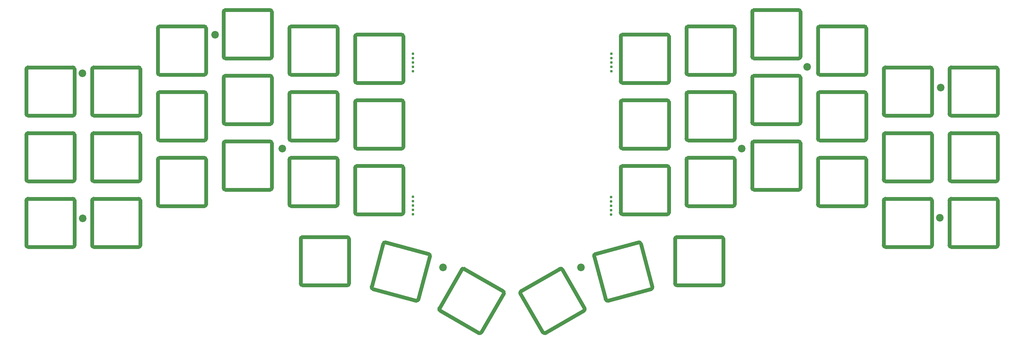
<source format=gbr>
%TF.GenerationSoftware,KiCad,Pcbnew,7.0.2-6a45011f42~172~ubuntu22.04.1*%
%TF.CreationDate,2023-05-03T16:23:02+02:00*%
%TF.ProjectId,plate,706c6174-652e-46b6-9963-61645f706362,rev?*%
%TF.SameCoordinates,Original*%
%TF.FileFunction,Soldermask,Top*%
%TF.FilePolarity,Negative*%
%FSLAX46Y46*%
G04 Gerber Fmt 4.6, Leading zero omitted, Abs format (unit mm)*
G04 Created by KiCad (PCBNEW 7.0.2-6a45011f42~172~ubuntu22.04.1) date 2023-05-03 16:23:02*
%MOMM*%
%LPD*%
G01*
G04 APERTURE LIST*
%ADD10C,1.100000*%
%ADD11C,2.200000*%
%ADD12C,0.787400*%
G04 APERTURE END LIST*
D10*
%TO.C,SW24*%
X189289753Y-138398392D02*
X185925105Y-150955428D01*
X186278659Y-151567800D02*
X198835695Y-154932448D01*
X202459161Y-141409486D02*
X189902125Y-138044838D01*
X199448067Y-154578894D02*
X202812715Y-142021858D01*
X189902125Y-138044838D02*
G75*
G03*
X189289753Y-138398392I-129410J-482961D01*
G01*
X185928065Y-150955065D02*
G75*
G03*
X186281617Y-151567436I482960J-129411D01*
G01*
X202812714Y-142021858D02*
G75*
G03*
X202459161Y-141409487I-482962J129409D01*
G01*
X198835695Y-154932447D02*
G75*
G03*
X199448066Y-154578894I129409J482962D01*
G01*
%TO.C,SW8*%
X104918911Y-106813645D02*
X104918911Y-119813645D01*
X105418911Y-120313645D02*
X118418911Y-120313645D01*
X118418911Y-106313645D02*
X105418911Y-106313645D01*
X118918911Y-119813645D02*
X118918911Y-106813645D01*
X105418911Y-106313645D02*
G75*
G03*
X104918911Y-106813645I-2J-499998D01*
G01*
X104921675Y-119812529D02*
G75*
G03*
X105421675Y-120312529I499998J-2D01*
G01*
X118918911Y-106813645D02*
G75*
G03*
X118418911Y-106313645I-500000J0D01*
G01*
X118418911Y-120313645D02*
G75*
G03*
X118918911Y-119813645I0J500000D01*
G01*
%TO.C,SW28*%
X296165603Y-71138690D02*
X296165603Y-84138690D01*
X296665603Y-84638690D02*
X309665603Y-84638690D01*
X309665603Y-70638690D02*
X296665603Y-70638690D01*
X310165603Y-84138690D02*
X310165603Y-71138690D01*
X296665603Y-70638690D02*
G75*
G03*
X296165603Y-71138690I-2J-499998D01*
G01*
X296168367Y-84137574D02*
G75*
G03*
X296668367Y-84637574I499998J-2D01*
G01*
X310165603Y-71138690D02*
G75*
G03*
X309665603Y-70638690I-500000J0D01*
G01*
X309665603Y-84638690D02*
G75*
G03*
X310165603Y-84138690I0J500000D01*
G01*
%TO.C,SW47*%
X353315599Y-125863727D02*
X353315599Y-138863727D01*
X353815599Y-139363727D02*
X366815599Y-139363727D01*
X366815599Y-125363727D02*
X353815599Y-125363727D01*
X367315599Y-138863727D02*
X367315599Y-125863727D01*
X353815599Y-125363727D02*
G75*
G03*
X353315599Y-125863727I-2J-499998D01*
G01*
X353318363Y-138862611D02*
G75*
G03*
X353818363Y-139362611I499998J-2D01*
G01*
X367315599Y-125863727D02*
G75*
G03*
X366815599Y-125363727I-500000J0D01*
G01*
X366815599Y-139363727D02*
G75*
G03*
X367315599Y-138863727I0J500000D01*
G01*
%TO.C,SW38*%
X353315599Y-106813706D02*
X353315599Y-119813706D01*
X353815599Y-120313706D02*
X366815599Y-120313706D01*
X366815599Y-106313706D02*
X353815599Y-106313706D01*
X367315599Y-119813706D02*
X367315599Y-106813706D01*
X353815599Y-106313706D02*
G75*
G03*
X353315599Y-106813706I-2J-499998D01*
G01*
X353318363Y-119812590D02*
G75*
G03*
X353818363Y-120312590I499998J-2D01*
G01*
X367315599Y-106813706D02*
G75*
G03*
X366815599Y-106313706I-500000J0D01*
G01*
X366815599Y-120313706D02*
G75*
G03*
X367315599Y-119813706I0J500000D01*
G01*
%TO.C,SW37*%
X334265599Y-106813707D02*
X334265599Y-119813707D01*
X334765599Y-120313707D02*
X347765599Y-120313707D01*
X347765599Y-106313707D02*
X334765599Y-106313707D01*
X348265599Y-119813707D02*
X348265599Y-106813707D01*
X334765599Y-106313707D02*
G75*
G03*
X334265599Y-106813707I-2J-499998D01*
G01*
X334268363Y-119812591D02*
G75*
G03*
X334768363Y-120312591I499998J-2D01*
G01*
X348265599Y-106813707D02*
G75*
G03*
X347765599Y-106313707I-500000J0D01*
G01*
X347765599Y-120313707D02*
G75*
G03*
X348265599Y-119813707I0J500000D01*
G01*
%TO.C,SW50*%
X273815601Y-136988722D02*
X273815601Y-149988722D01*
X274315601Y-150488722D02*
X287315601Y-150488722D01*
X287315601Y-136488722D02*
X274315601Y-136488722D01*
X287815601Y-149988722D02*
X287815601Y-136988722D01*
X274315601Y-136488722D02*
G75*
G03*
X273815601Y-136988722I-2J-499998D01*
G01*
X273818365Y-149987606D02*
G75*
G03*
X274318365Y-150487606I499998J-2D01*
G01*
X287815601Y-136988722D02*
G75*
G03*
X287315601Y-136488722I-500000J0D01*
G01*
X287315601Y-150488722D02*
G75*
G03*
X287815601Y-149988722I0J500000D01*
G01*
%TO.C,SW46*%
X334265600Y-125863723D02*
X334265600Y-138863723D01*
X334765600Y-139363723D02*
X347765600Y-139363723D01*
X347765600Y-125363723D02*
X334765600Y-125363723D01*
X348265600Y-138863723D02*
X348265600Y-125863723D01*
X334765600Y-125363723D02*
G75*
G03*
X334265600Y-125863723I-2J-499998D01*
G01*
X334268364Y-138862607D02*
G75*
G03*
X334768364Y-139362607I499998J-2D01*
G01*
X348265600Y-125863723D02*
G75*
G03*
X347765600Y-125363723I-500000J0D01*
G01*
X347765600Y-139363723D02*
G75*
G03*
X348265600Y-138863723I0J500000D01*
G01*
%TO.C,SW17*%
X143018909Y-109238642D02*
X143018909Y-122238642D01*
X143518909Y-122738642D02*
X156518909Y-122738642D01*
X156518909Y-108738642D02*
X143518909Y-108738642D01*
X157018909Y-122238642D02*
X157018909Y-109238642D01*
X143518909Y-108738642D02*
G75*
G03*
X143018909Y-109238642I-2J-499998D01*
G01*
X143021673Y-122237526D02*
G75*
G03*
X143521673Y-122737526I499998J-2D01*
G01*
X157018909Y-109238642D02*
G75*
G03*
X156518909Y-108738642I-500000J0D01*
G01*
X156518909Y-122738642D02*
G75*
G03*
X157018909Y-122238642I0J500000D01*
G01*
%TO.C,SW33*%
X258065598Y-97313709D02*
X258065598Y-110313709D01*
X258565598Y-110813709D02*
X271565598Y-110813709D01*
X271565598Y-96813709D02*
X258565598Y-96813709D01*
X272065598Y-110313709D02*
X272065598Y-97313709D01*
X258565598Y-96813709D02*
G75*
G03*
X258065598Y-97313709I-2J-499998D01*
G01*
X258068362Y-110312593D02*
G75*
G03*
X258568362Y-110812593I499998J-2D01*
G01*
X272065598Y-97313709D02*
G75*
G03*
X271565598Y-96813709I-500000J0D01*
G01*
X271565598Y-110813709D02*
G75*
G03*
X272065598Y-110313709I0J500000D01*
G01*
%TO.C,SW34*%
X277115599Y-94938709D02*
X277115599Y-107938709D01*
X277615599Y-108438709D02*
X290615599Y-108438709D01*
X290615599Y-94438709D02*
X277615599Y-94438709D01*
X291115599Y-107938709D02*
X291115599Y-94938709D01*
X277615599Y-94438709D02*
G75*
G03*
X277115599Y-94938709I-2J-499998D01*
G01*
X277118363Y-107937593D02*
G75*
G03*
X277618363Y-108437593I499998J-2D01*
G01*
X291115599Y-94938709D02*
G75*
G03*
X290615599Y-94438709I-500000J0D01*
G01*
X290615599Y-108438709D02*
G75*
G03*
X291115599Y-107938709I0J500000D01*
G01*
%TO.C,SW4*%
X143018910Y-71138643D02*
X143018910Y-84138643D01*
X143518910Y-84638643D02*
X156518910Y-84638643D01*
X156518910Y-70638643D02*
X143518910Y-70638643D01*
X157018910Y-84138643D02*
X157018910Y-71138643D01*
X143518910Y-70638643D02*
G75*
G03*
X143018910Y-71138643I-2J-499998D01*
G01*
X143021674Y-84137527D02*
G75*
G03*
X143521674Y-84637527I499998J-2D01*
G01*
X157018910Y-71138643D02*
G75*
G03*
X156518910Y-70638643I-500000J0D01*
G01*
X156518910Y-84638643D02*
G75*
G03*
X157018910Y-84138643I0J500000D01*
G01*
%TO.C,SW16*%
X123968907Y-113988648D02*
X123968907Y-126988648D01*
X124468907Y-127488648D02*
X137468907Y-127488648D01*
X137468907Y-113488648D02*
X124468907Y-113488648D01*
X137968907Y-126988648D02*
X137968907Y-113988648D01*
X124468907Y-113488648D02*
G75*
G03*
X123968907Y-113988648I-2J-499998D01*
G01*
X123971671Y-126987532D02*
G75*
G03*
X124471671Y-127487532I499998J-2D01*
G01*
X137968907Y-113988648D02*
G75*
G03*
X137468907Y-113488648I-500000J0D01*
G01*
X137468907Y-127488648D02*
G75*
G03*
X137968907Y-126988648I0J500000D01*
G01*
%TO.C,SW2*%
X104918911Y-87763644D02*
X104918911Y-100763644D01*
X105418911Y-101263644D02*
X118418911Y-101263644D01*
X118418911Y-87263644D02*
X105418911Y-87263644D01*
X118918911Y-100763644D02*
X118918911Y-87763644D01*
X105418911Y-87263644D02*
G75*
G03*
X104918911Y-87763644I-2J-499998D01*
G01*
X104921675Y-100762528D02*
G75*
G03*
X105421675Y-101262528I499998J-2D01*
G01*
X118918911Y-87763644D02*
G75*
G03*
X118418911Y-87263644I-500000J0D01*
G01*
X118418911Y-101263644D02*
G75*
G03*
X118918911Y-100763644I0J500000D01*
G01*
%TO.C,SW30*%
X334265597Y-87763692D02*
X334265597Y-100763692D01*
X334765597Y-101263692D02*
X347765597Y-101263692D01*
X347765597Y-87263692D02*
X334765597Y-87263692D01*
X348265597Y-100763692D02*
X348265597Y-87763692D01*
X334765597Y-87263692D02*
G75*
G03*
X334265597Y-87763692I-2J-499998D01*
G01*
X334268361Y-100762576D02*
G75*
G03*
X334768361Y-101262576I499998J-2D01*
G01*
X348265597Y-87763692D02*
G75*
G03*
X347765597Y-87263692I-500000J0D01*
G01*
X347765597Y-101263692D02*
G75*
G03*
X348265597Y-100763692I0J500000D01*
G01*
%TO.C,SW18*%
X162068911Y-113988643D02*
X162068911Y-126988643D01*
X162568911Y-127488643D02*
X175568911Y-127488643D01*
X175568911Y-113488643D02*
X162568911Y-113488643D01*
X176068911Y-126988643D02*
X176068911Y-113988643D01*
X162568911Y-113488643D02*
G75*
G03*
X162068911Y-113988643I-2J-499998D01*
G01*
X162071675Y-126987527D02*
G75*
G03*
X162571675Y-127487527I499998J-2D01*
G01*
X176068911Y-113988643D02*
G75*
G03*
X175568911Y-113488643I-500000J0D01*
G01*
X175568911Y-127488643D02*
G75*
G03*
X176068911Y-126988643I0J500000D01*
G01*
%TO.C,SW1*%
X85868911Y-87763643D02*
X85868911Y-100763643D01*
X86368911Y-101263643D02*
X99368911Y-101263643D01*
X99368911Y-87263643D02*
X86368911Y-87263643D01*
X99868911Y-100763643D02*
X99868911Y-87763643D01*
X86368911Y-87263643D02*
G75*
G03*
X85868911Y-87763643I-2J-499998D01*
G01*
X85871675Y-100762527D02*
G75*
G03*
X86371675Y-101262527I499998J-2D01*
G01*
X99868911Y-87763643D02*
G75*
G03*
X99368911Y-87263643I-500000J0D01*
G01*
X99368911Y-101263643D02*
G75*
G03*
X99868911Y-100763643I0J500000D01*
G01*
%TO.C,SW14*%
X85868907Y-125863645D02*
X85868907Y-138863645D01*
X86368907Y-139363645D02*
X99368907Y-139363645D01*
X99368907Y-125363645D02*
X86368907Y-125363645D01*
X99868907Y-138863645D02*
X99868907Y-125863645D01*
X86368907Y-125363645D02*
G75*
G03*
X85868907Y-125863645I-2J-499998D01*
G01*
X85871671Y-138862529D02*
G75*
G03*
X86371671Y-139362529I499998J-2D01*
G01*
X99868907Y-125863645D02*
G75*
G03*
X99368907Y-125363645I-500000J0D01*
G01*
X99368907Y-139363645D02*
G75*
G03*
X99868907Y-138863645I0J500000D01*
G01*
%TO.C,SW29*%
X315215594Y-75888691D02*
X315215594Y-88888691D01*
X315715594Y-89388691D02*
X328715594Y-89388691D01*
X328715594Y-75388691D02*
X315715594Y-75388691D01*
X329215594Y-88888691D02*
X329215594Y-75888691D01*
X315715594Y-75388691D02*
G75*
G03*
X315215594Y-75888691I-2J-499998D01*
G01*
X315218358Y-88887575D02*
G75*
G03*
X315718358Y-89387575I499998J-2D01*
G01*
X329215594Y-75888691D02*
G75*
G03*
X328715594Y-75388691I-500000J0D01*
G01*
X328715594Y-89388691D02*
G75*
G03*
X329215594Y-88888691I0J500000D01*
G01*
%TO.C,SW31*%
X353315598Y-87763691D02*
X353315598Y-100763691D01*
X353815598Y-101263691D02*
X366815598Y-101263691D01*
X366815598Y-87263691D02*
X353815598Y-87263691D01*
X367315598Y-100763691D02*
X367315598Y-87763691D01*
X353815598Y-87263691D02*
G75*
G03*
X353315598Y-87763691I-2J-499998D01*
G01*
X353318362Y-100762575D02*
G75*
G03*
X353818362Y-101262575I499998J-2D01*
G01*
X367315598Y-87763691D02*
G75*
G03*
X366815598Y-87263691I-500000J0D01*
G01*
X366815598Y-101263691D02*
G75*
G03*
X367315598Y-100763691I0J500000D01*
G01*
%TO.C,SW12*%
X181118910Y-97313647D02*
X181118910Y-110313647D01*
X181618910Y-110813647D02*
X194618910Y-110813647D01*
X194618910Y-96813647D02*
X181618910Y-96813647D01*
X195118910Y-110313647D02*
X195118910Y-97313647D01*
X181618910Y-96813647D02*
G75*
G03*
X181118910Y-97313647I-2J-499998D01*
G01*
X181121674Y-110312531D02*
G75*
G03*
X181621674Y-110812531I499998J-2D01*
G01*
X195118910Y-97313647D02*
G75*
G03*
X194618910Y-96813647I-500000J0D01*
G01*
X194618910Y-110813647D02*
G75*
G03*
X195118910Y-110313647I0J500000D01*
G01*
%TO.C,SW45*%
X315215598Y-113988726D02*
X315215598Y-126988726D01*
X315715598Y-127488726D02*
X328715598Y-127488726D01*
X328715598Y-113488726D02*
X315715598Y-113488726D01*
X329215598Y-126988726D02*
X329215598Y-113988726D01*
X315715598Y-113488726D02*
G75*
G03*
X315215598Y-113988726I-2J-499998D01*
G01*
X315218362Y-126987610D02*
G75*
G03*
X315718362Y-127487610I499998J-2D01*
G01*
X329215598Y-113988726D02*
G75*
G03*
X328715598Y-113488726I-500000J0D01*
G01*
X328715598Y-127488726D02*
G75*
G03*
X329215598Y-126988726I0J500000D01*
G01*
%TO.C,SW42*%
X258065597Y-116363723D02*
X258065597Y-129363723D01*
X258565597Y-129863723D02*
X271565597Y-129863723D01*
X271565597Y-115863723D02*
X258565597Y-115863723D01*
X272065597Y-129363723D02*
X272065597Y-116363723D01*
X258565597Y-115863723D02*
G75*
G03*
X258065597Y-116363723I-2J-499998D01*
G01*
X258068361Y-129362607D02*
G75*
G03*
X258568361Y-129862607I499998J-2D01*
G01*
X272065597Y-116363723D02*
G75*
G03*
X271565597Y-115863723I-500000J0D01*
G01*
X271565597Y-129863723D02*
G75*
G03*
X272065597Y-129363723I0J500000D01*
G01*
%TO.C,SW11*%
X162068911Y-94938643D02*
X162068911Y-107938643D01*
X162568911Y-108438643D02*
X175568911Y-108438643D01*
X175568911Y-94438643D02*
X162568911Y-94438643D01*
X176068911Y-107938643D02*
X176068911Y-94938643D01*
X162568911Y-94438643D02*
G75*
G03*
X162068911Y-94938643I-2J-499998D01*
G01*
X162071675Y-107937527D02*
G75*
G03*
X162571675Y-108437527I499998J-2D01*
G01*
X176068911Y-94938643D02*
G75*
G03*
X175568911Y-94438643I-500000J0D01*
G01*
X175568911Y-108438643D02*
G75*
G03*
X176068911Y-107938643I0J500000D01*
G01*
%TO.C,SW15*%
X104918909Y-125863644D02*
X104918909Y-138863644D01*
X105418909Y-139363644D02*
X118418909Y-139363644D01*
X118418909Y-125363644D02*
X105418909Y-125363644D01*
X118918909Y-138863644D02*
X118918909Y-125863644D01*
X105418909Y-125363644D02*
G75*
G03*
X104918909Y-125863644I-2J-499998D01*
G01*
X104921673Y-138862528D02*
G75*
G03*
X105421673Y-139362528I499998J-2D01*
G01*
X118918909Y-125863644D02*
G75*
G03*
X118418909Y-125363644I-500000J0D01*
G01*
X118418909Y-139363644D02*
G75*
G03*
X118918909Y-138863644I0J500000D01*
G01*
%TO.C,SW35*%
X296165600Y-90188706D02*
X296165600Y-103188706D01*
X296665600Y-103688706D02*
X309665600Y-103688706D01*
X309665600Y-89688706D02*
X296665600Y-89688706D01*
X310165600Y-103188706D02*
X310165600Y-90188706D01*
X296665600Y-89688706D02*
G75*
G03*
X296165600Y-90188706I-2J-499998D01*
G01*
X296168364Y-103187590D02*
G75*
G03*
X296668364Y-103687590I499998J-2D01*
G01*
X310165600Y-90188706D02*
G75*
G03*
X309665600Y-89688706I-500000J0D01*
G01*
X309665600Y-103688706D02*
G75*
G03*
X310165600Y-103188706I0J500000D01*
G01*
%TO.C,SW19*%
X181118909Y-116363643D02*
X181118909Y-129363643D01*
X181618909Y-129863643D02*
X194618909Y-129863643D01*
X194618909Y-115863643D02*
X181618909Y-115863643D01*
X195118909Y-129363643D02*
X195118909Y-116363643D01*
X181618909Y-115863643D02*
G75*
G03*
X181118909Y-116363643I-2J-499998D01*
G01*
X181121673Y-129362527D02*
G75*
G03*
X181621673Y-129862527I499998J-2D01*
G01*
X195118909Y-116363643D02*
G75*
G03*
X194618909Y-115863643I-500000J0D01*
G01*
X194618909Y-129863643D02*
G75*
G03*
X195118909Y-129363643I0J500000D01*
G01*
%TO.C,SW25*%
X212056733Y-145859480D02*
X205556733Y-157117810D01*
X205739746Y-157800823D02*
X216998076Y-164300823D01*
X223998076Y-152176467D02*
X212739746Y-145676467D01*
X217681089Y-164117810D02*
X224181089Y-152859480D01*
X212739745Y-145676468D02*
G75*
G03*
X212056734Y-145859480I-250000J-433009D01*
G01*
X205559686Y-157118226D02*
G75*
G03*
X205742698Y-157801237I433009J-250000D01*
G01*
X224181089Y-152859480D02*
G75*
G03*
X223998076Y-152176467I-433013J250000D01*
G01*
X216998076Y-164300823D02*
G75*
G03*
X217681089Y-164117810I250000J433013D01*
G01*
%TO.C,SW9*%
X123968909Y-94938643D02*
X123968909Y-107938643D01*
X124468909Y-108438643D02*
X137468909Y-108438643D01*
X137468909Y-94438643D02*
X124468909Y-94438643D01*
X137968909Y-107938643D02*
X137968909Y-94938643D01*
X124468909Y-94438643D02*
G75*
G03*
X123968909Y-94938643I-2J-499998D01*
G01*
X123971673Y-107937527D02*
G75*
G03*
X124471673Y-108437527I499998J-2D01*
G01*
X137968909Y-94938643D02*
G75*
G03*
X137468909Y-94438643I-500000J0D01*
G01*
X137468909Y-108438643D02*
G75*
G03*
X137968909Y-107938643I0J500000D01*
G01*
%TO.C,SW48*%
X229003421Y-152859560D02*
X235503421Y-164117890D01*
X236186434Y-164300903D02*
X247444764Y-157800903D01*
X240444764Y-145676547D02*
X229186434Y-152176547D01*
X247627777Y-157117890D02*
X241127777Y-145859560D01*
X229186434Y-152176547D02*
G75*
G03*
X229003421Y-152859560I249997J-433012D01*
G01*
X235505257Y-164115542D02*
G75*
G03*
X236188270Y-164298554I433012J249998D01*
G01*
X241127777Y-145859560D02*
G75*
G03*
X240444764Y-145676547I-433013J-250000D01*
G01*
X247444764Y-157800903D02*
G75*
G03*
X247627777Y-157117890I-250000J433013D01*
G01*
%TO.C,SW43*%
X277115601Y-113988723D02*
X277115601Y-126988723D01*
X277615601Y-127488723D02*
X290615601Y-127488723D01*
X290615601Y-113488723D02*
X277615601Y-113488723D01*
X291115601Y-126988723D02*
X291115601Y-113988723D01*
X277615601Y-113488723D02*
G75*
G03*
X277115601Y-113988723I-2J-499998D01*
G01*
X277118365Y-126987607D02*
G75*
G03*
X277618365Y-127487607I499998J-2D01*
G01*
X291115601Y-113988723D02*
G75*
G03*
X290615601Y-113488723I-500000J0D01*
G01*
X290615601Y-127488723D02*
G75*
G03*
X291115601Y-126988723I0J500000D01*
G01*
%TO.C,SW7*%
X85868911Y-106813642D02*
X85868911Y-119813642D01*
X86368911Y-120313642D02*
X99368911Y-120313642D01*
X99368911Y-106313642D02*
X86368911Y-106313642D01*
X99868911Y-119813642D02*
X99868911Y-106813642D01*
X86368911Y-106313642D02*
G75*
G03*
X85868911Y-106813642I-2J-499998D01*
G01*
X85871675Y-119812526D02*
G75*
G03*
X86371675Y-120312526I499998J-2D01*
G01*
X99868911Y-106813642D02*
G75*
G03*
X99368911Y-106313642I-500000J0D01*
G01*
X99368911Y-120313642D02*
G75*
G03*
X99868911Y-119813642I0J500000D01*
G01*
%TO.C,SW44*%
X296165601Y-109238727D02*
X296165601Y-122238727D01*
X296665601Y-122738727D02*
X309665601Y-122738727D01*
X309665601Y-108738727D02*
X296665601Y-108738727D01*
X310165601Y-122238727D02*
X310165601Y-109238727D01*
X296665601Y-108738727D02*
G75*
G03*
X296165601Y-109238727I-2J-499998D01*
G01*
X296168365Y-122237611D02*
G75*
G03*
X296668365Y-122737611I499998J-2D01*
G01*
X310165601Y-109238727D02*
G75*
G03*
X309665601Y-108738727I-500000J0D01*
G01*
X309665601Y-122738727D02*
G75*
G03*
X310165601Y-122238727I0J500000D01*
G01*
%TO.C,SW10*%
X143018910Y-90188646D02*
X143018910Y-103188646D01*
X143518910Y-103688646D02*
X156518910Y-103688646D01*
X156518910Y-89688646D02*
X143518910Y-89688646D01*
X157018910Y-103188646D02*
X157018910Y-90188646D01*
X143518910Y-89688646D02*
G75*
G03*
X143018910Y-90188646I-2J-499998D01*
G01*
X143021674Y-103187530D02*
G75*
G03*
X143521674Y-103687530I499998J-2D01*
G01*
X157018910Y-90188646D02*
G75*
G03*
X156518910Y-89688646I-500000J0D01*
G01*
X156518910Y-103688646D02*
G75*
G03*
X157018910Y-103188646I0J500000D01*
G01*
%TO.C,SW27*%
X277115600Y-75888691D02*
X277115600Y-88888691D01*
X277615600Y-89388691D02*
X290615600Y-89388691D01*
X290615600Y-75388691D02*
X277615600Y-75388691D01*
X291115600Y-88888691D02*
X291115600Y-75888691D01*
X277615600Y-75388691D02*
G75*
G03*
X277115600Y-75888691I-2J-499998D01*
G01*
X277118364Y-88887575D02*
G75*
G03*
X277618364Y-89387575I499998J-2D01*
G01*
X291115600Y-75888691D02*
G75*
G03*
X290615600Y-75388691I-500000J0D01*
G01*
X290615600Y-89388691D02*
G75*
G03*
X291115600Y-88888691I0J500000D01*
G01*
%TO.C,SW6*%
X181118908Y-78263642D02*
X181118908Y-91263642D01*
X181618908Y-91763642D02*
X194618908Y-91763642D01*
X194618908Y-77763642D02*
X181618908Y-77763642D01*
X195118908Y-91263642D02*
X195118908Y-78263642D01*
X181618908Y-77763642D02*
G75*
G03*
X181118908Y-78263642I-2J-499998D01*
G01*
X181121672Y-91262526D02*
G75*
G03*
X181621672Y-91762526I499998J-2D01*
G01*
X195118908Y-78263642D02*
G75*
G03*
X194618908Y-77763642I-500000J0D01*
G01*
X194618908Y-91763642D02*
G75*
G03*
X195118908Y-91263642I0J500000D01*
G01*
%TO.C,SW36*%
X315215600Y-94938706D02*
X315215600Y-107938706D01*
X315715600Y-108438706D02*
X328715600Y-108438706D01*
X328715600Y-94438706D02*
X315715600Y-94438706D01*
X329215600Y-107938706D02*
X329215600Y-94938706D01*
X315715600Y-94438706D02*
G75*
G03*
X315215600Y-94938706I-2J-499998D01*
G01*
X315218364Y-107937590D02*
G75*
G03*
X315718364Y-108437590I499998J-2D01*
G01*
X329215600Y-94938706D02*
G75*
G03*
X328715600Y-94438706I-500000J0D01*
G01*
X328715600Y-108438706D02*
G75*
G03*
X329215600Y-107938706I0J500000D01*
G01*
%TO.C,SW26*%
X258065599Y-78263691D02*
X258065599Y-91263691D01*
X258565599Y-91763691D02*
X271565599Y-91763691D01*
X271565599Y-77763691D02*
X258565599Y-77763691D01*
X272065599Y-91263691D02*
X272065599Y-78263691D01*
X258565599Y-77763691D02*
G75*
G03*
X258065599Y-78263691I-2J-499998D01*
G01*
X258068363Y-91262575D02*
G75*
G03*
X258568363Y-91762575I499998J-2D01*
G01*
X272065599Y-78263691D02*
G75*
G03*
X271565599Y-77763691I-500000J0D01*
G01*
X271565599Y-91763691D02*
G75*
G03*
X272065599Y-91263691I0J500000D01*
G01*
%TO.C,SW49*%
X250371795Y-142021938D02*
X253736443Y-154578974D01*
X254348815Y-154932528D02*
X266905851Y-151567880D01*
X263282385Y-138044918D02*
X250725349Y-141409566D01*
X267259405Y-150955508D02*
X263894757Y-138398472D01*
X250725349Y-141409566D02*
G75*
G03*
X250371795Y-142021938I129407J-482962D01*
G01*
X253738824Y-154577181D02*
G75*
G03*
X254351196Y-154930733I482961J129407D01*
G01*
X263894756Y-138398472D02*
G75*
G03*
X263282385Y-138044919I-482962J-129409D01*
G01*
X266905851Y-151567879D02*
G75*
G03*
X267259404Y-150955508I-129409J482962D01*
G01*
%TO.C,SW5*%
X162068907Y-75888643D02*
X162068907Y-88888643D01*
X162568907Y-89388643D02*
X175568907Y-89388643D01*
X175568907Y-75388643D02*
X162568907Y-75388643D01*
X176068907Y-88888643D02*
X176068907Y-75888643D01*
X162568907Y-75388643D02*
G75*
G03*
X162068907Y-75888643I-2J-499998D01*
G01*
X162071671Y-88887527D02*
G75*
G03*
X162571671Y-89387527I499998J-2D01*
G01*
X176068907Y-75888643D02*
G75*
G03*
X175568907Y-75388643I-500000J0D01*
G01*
X175568907Y-89388643D02*
G75*
G03*
X176068907Y-88888643I0J500000D01*
G01*
%TO.C,SW23*%
X165368907Y-136988644D02*
X165368907Y-149988644D01*
X165868907Y-150488644D02*
X178868907Y-150488644D01*
X178868907Y-136488644D02*
X165868907Y-136488644D01*
X179368907Y-149988644D02*
X179368907Y-136988644D01*
X165868907Y-136488644D02*
G75*
G03*
X165368907Y-136988644I-2J-499998D01*
G01*
X165371671Y-149987528D02*
G75*
G03*
X165871671Y-150487528I499998J-2D01*
G01*
X179368907Y-136988644D02*
G75*
G03*
X178868907Y-136488644I-500000J0D01*
G01*
X178868907Y-150488644D02*
G75*
G03*
X179368907Y-149988644I0J500000D01*
G01*
%TO.C,SW3*%
X123968909Y-75888644D02*
X123968909Y-88888644D01*
X124468909Y-89388644D02*
X137468909Y-89388644D01*
X137468909Y-75388644D02*
X124468909Y-75388644D01*
X137968909Y-88888644D02*
X137968909Y-75888644D01*
X124468909Y-75388644D02*
G75*
G03*
X123968909Y-75888644I-2J-499998D01*
G01*
X123971673Y-88887528D02*
G75*
G03*
X124471673Y-89387528I499998J-2D01*
G01*
X137968909Y-75888644D02*
G75*
G03*
X137468909Y-75388644I-500000J0D01*
G01*
X137468909Y-89388644D02*
G75*
G03*
X137968909Y-88888644I0J500000D01*
G01*
%TD*%
D11*
%TO.C,H7*%
X350790673Y-93098077D03*
%TD*%
D12*
%TO.C,H15*%
X197900000Y-129910000D03*
X197900000Y-128640000D03*
X197900000Y-127370000D03*
X197900000Y-126100000D03*
X197900000Y-124830000D03*
%TD*%
D11*
%TO.C,H12*%
X293180597Y-110803709D03*
%TD*%
%TO.C,H3*%
X246550600Y-145273723D03*
%TD*%
D12*
%TO.C,H13*%
X197925000Y-88380000D03*
X197925000Y-87110000D03*
X197925000Y-85840000D03*
X197925000Y-84570000D03*
X197925000Y-83300000D03*
%TD*%
D11*
%TO.C,H10*%
X206633910Y-145273640D03*
%TD*%
%TO.C,H2*%
X102213909Y-131083641D03*
%TD*%
%TO.C,H1*%
X102143912Y-88973643D03*
%TD*%
D12*
%TO.C,H16*%
X255325000Y-129930000D03*
X255325000Y-128660000D03*
X255325000Y-127390000D03*
X255325000Y-126120000D03*
X255325000Y-124850000D03*
%TD*%
%TO.C,H14*%
X255350000Y-88360000D03*
X255350000Y-87090000D03*
X255350000Y-85820000D03*
X255350000Y-84550000D03*
X255350000Y-83280000D03*
%TD*%
D11*
%TO.C,H6*%
X160003912Y-110803644D03*
%TD*%
%TO.C,H5*%
X140583909Y-77833643D03*
%TD*%
%TO.C,H11*%
X350546651Y-130938644D03*
%TD*%
%TO.C,H8*%
X312095327Y-87144945D03*
%TD*%
M02*

</source>
